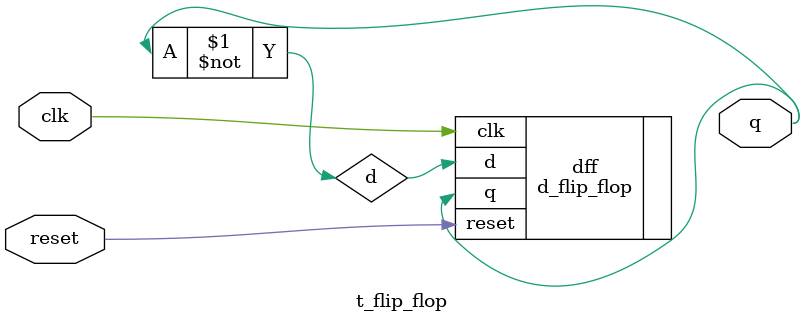
<source format=v>
module t_flip_flop(q, clk, reset);

output q;
input clk, reset;

wire d;

d_flip_flop dff(.q(q), .d(d), .clk(clk), .reset(reset));

not n1(d, q);

endmodule
</source>
